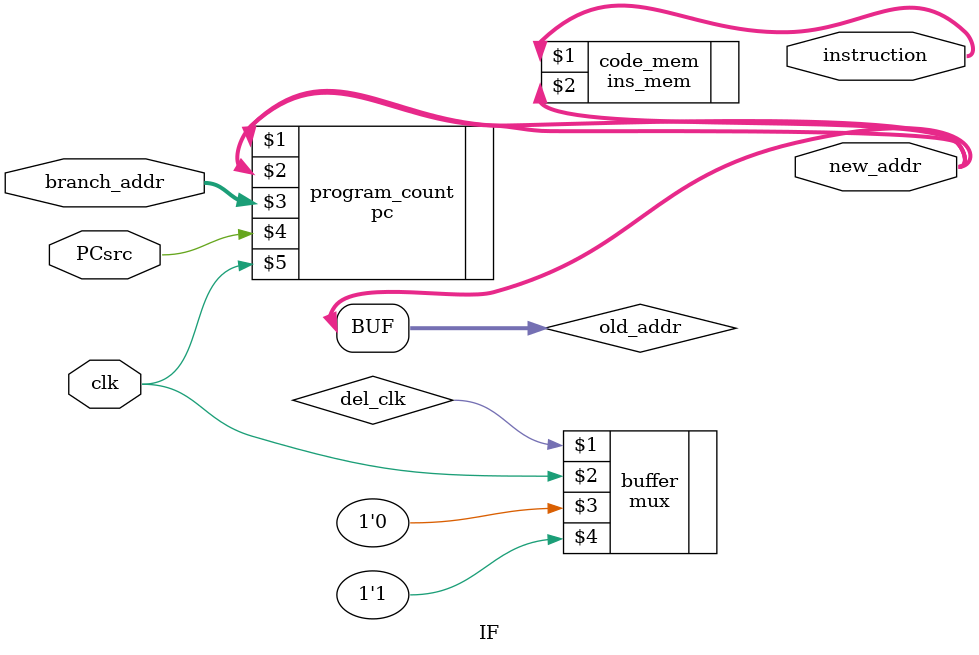
<source format=sv>

module IF (
	output logic [31:0] instruction, new_addr,
	input bit PCsrc,
	input logic [31:0] branch_addr,
	input logic clk
);
	logic [31:0] old_addr;
	bit del_clk; // delayed clock
	
	pc program_count(new_addr, old_addr, branch_addr, PCsrc, clk);
	mux #(1) buffer(del_clk, clk, 1'b0, 1'b1);
	ins_mem code_mem(instruction, old_addr);

	assign old_addr = new_addr;
    
endmodule

</source>
